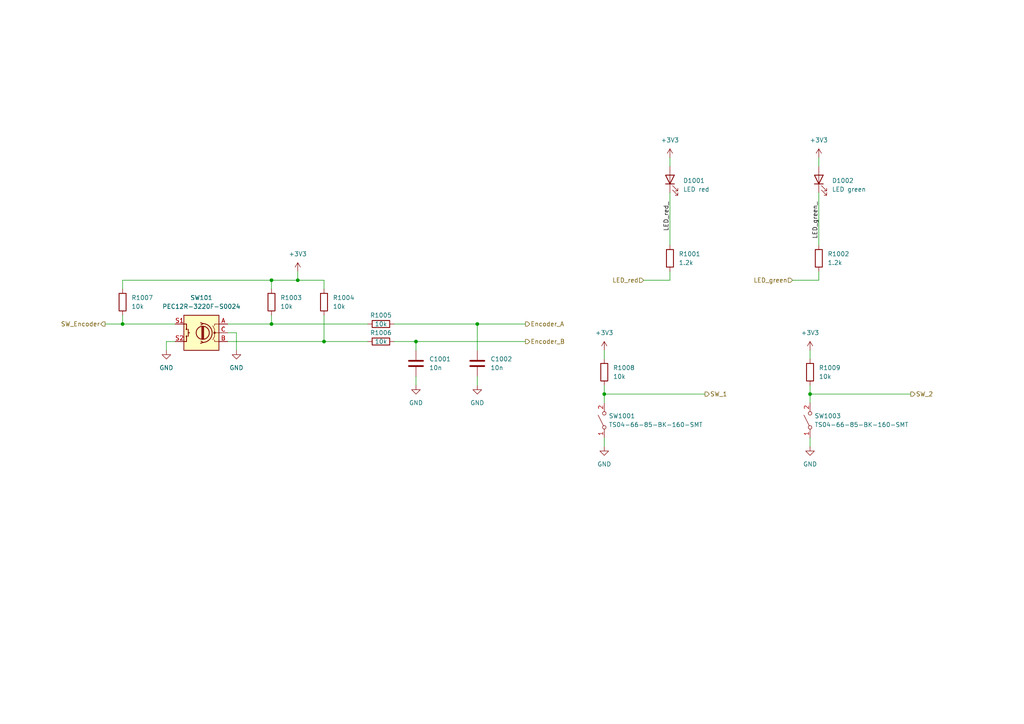
<source format=kicad_sch>
(kicad_sch (version 20230121) (generator eeschema)
  (paper "A4")
  (lib_symbols
    (symbol "Device:C" (pin_numbers hide) (pin_names (offset 0.254))
      (property "Reference" "C" (at 0.635 2.54 0))
      (property "Value" "C" (at 0.635 -2.54 0))
      (symbol "C_0_1"
        (polyline (pts (xy -2.032 -0.762) (xy 2.032 -0.762)) (stroke (width 0.508)))
        (polyline (pts (xy -2.032 0.762) (xy 2.032 0.762)) (stroke (width 0.508)))
      )
      (symbol "C_1_1"
        (pin passive line (at 0 3.81 270) (length 2.794) (name "~") (number "1"))
        (pin passive line (at 0 -3.81 90) (length 2.794) (name "~") (number "2"))
      )
    )
    (symbol "Device:LED" (pin_numbers hide) (pin_names (offset 1.016) hide)
      (property "Reference" "D" (at 0 2.54 0))
      (property "Value" "LED" (at 0 -2.54 0))
      (symbol "LED_0_1"
        (polyline (pts (xy -1.27 -1.27) (xy -1.27 1.27)) (stroke (width 0.254)))
        (polyline (pts (xy -1.27 0) (xy 1.27 0)))
        (polyline (pts (xy 1.27 -1.27) (xy 1.27 1.27) (xy -1.27 0) (xy 1.27 -1.27)) (stroke (width 0.254)))
        (polyline (pts (xy -3.048 -0.762) (xy -4.572 -2.286) (xy -3.81 -2.286) (xy -4.572 -2.286) (xy -4.572 -1.524)))
        (polyline (pts (xy -1.778 -0.762) (xy -3.302 -2.286) (xy -2.54 -2.286) (xy -3.302 -2.286) (xy -3.302 -1.524)))
      )
      (symbol "LED_1_1"
        (pin passive line (at -3.81 0 0) (length 2.54) (name "K") (number "1"))
        (pin passive line (at 3.81 0 180) (length 2.54) (name "A") (number "2"))
      )
    )
    (symbol "Device:R" (pin_numbers hide) (pin_names (offset 0))
      (property "Reference" "R" (at 2.032 0 90))
      (property "Value" "R" (at 0 0 90))
      (symbol "R_0_1"
        (rectangle (start -1.016 -2.54) (end 1.016 2.54) (stroke (width 0.254)))
      )
      (symbol "R_1_1"
        (pin passive line (at 0 3.81 270) (length 1.27) (name "~") (number "1"))
        (pin passive line (at 0 -3.81 90) (length 1.27) (name "~") (number "2"))
      )
    )
    (symbol "Device:RotaryEncoder_Switch" (pin_names (offset 0.254) hide)
      (property "Reference" "SW" (at 0 6.604 0))
      (property "Value" "RotaryEncoder_Switch" (at 0 -6.604 0))
      (symbol "RotaryEncoder_Switch_0_1"
        (rectangle (start -5.08 5.08) (end 5.08 -5.08) (stroke (width 0.254)) (fill (type background)))
        (circle (center -3.81 0) (radius 0.254) (fill (type outline)))
        (circle (center -0.381 0) (radius 1.905) (stroke (width 0.254)))
        (arc (start -0.381 2.667) (mid -3.0988 -0.0635) (end -0.381 -2.794) (stroke (width 0.254)))
        (polyline (pts (xy -0.635 -1.778) (xy -0.635 1.778)) (stroke (width 0.254)))
        (polyline (pts (xy -0.381 -1.778) (xy -0.381 1.778)) (stroke (width 0.254)))
        (polyline (pts (xy -0.127 1.778) (xy -0.127 -1.778)) (stroke (width 0.254)))
        (polyline (pts (xy 3.81 0) (xy 3.429 0)) (stroke (width 0.254)))
        (polyline (pts (xy 3.81 1.016) (xy 3.81 -1.016)) (stroke (width 0.254)))
        (polyline (pts (xy -5.08 -2.54) (xy -3.81 -2.54) (xy -3.81 -2.032)))
        (polyline (pts (xy -5.08 2.54) (xy -3.81 2.54) (xy -3.81 2.032)))
        (polyline (pts (xy 0.254 -3.048) (xy -0.508 -2.794) (xy 0.127 -2.413)) (stroke (width 0.254)))
        (polyline (pts (xy 0.254 2.921) (xy -0.508 2.667) (xy 0.127 2.286)) (stroke (width 0.254)))
        (polyline (pts (xy 5.08 -2.54) (xy 4.318 -2.54) (xy 4.318 -1.016)) (stroke (width 0.254)))
        (polyline (pts (xy 5.08 2.54) (xy 4.318 2.54) (xy 4.318 1.016)) (stroke (width 0.254)))
        (polyline (pts (xy -5.08 0) (xy -3.81 0) (xy -3.81 -1.016) (xy -3.302 -2.032)))
        (polyline (pts (xy -4.318 0) (xy -3.81 0) (xy -3.81 1.016) (xy -3.302 2.032)))
        (circle (center 4.318 -1.016) (radius 0.127) (stroke (width 0.254)))
        (circle (center 4.318 1.016) (radius 0.127) (stroke (width 0.254)))
      )
      (symbol "RotaryEncoder_Switch_1_1"
        (pin passive line (at -7.62 2.54 0) (length 2.54) (name "A") (number "A"))
        (pin passive line (at -7.62 -2.54 0) (length 2.54) (name "B") (number "B"))
        (pin passive line (at -7.62 0 0) (length 2.54) (name "C") (number "C"))
        (pin passive line (at 7.62 2.54 180) (length 2.54) (name "S1") (number "S1"))
        (pin passive line (at 7.62 -2.54 180) (length 2.54) (name "S2") (number "S2"))
      )
    )
    (symbol "Switch:SW_SPST" (pin_names (offset 0) hide)
      (property "Reference" "SW" (at 0 3.175 0))
      (property "Value" "SW_SPST" (at 0 -2.54 0))
      (symbol "SW_SPST_0_0"
        (circle (center -2.032 0) (radius 0.508))
        (polyline (pts (xy -1.524 0.254) (xy 1.524 1.778)))
        (circle (center 2.032 0) (radius 0.508))
      )
      (symbol "SW_SPST_1_1"
        (pin passive line (at -5.08 0 0) (length 2.54) (name "A") (number "1"))
        (pin passive line (at 5.08 0 180) (length 2.54) (name "B") (number "2"))
      )
    )
    (symbol "power:+3V3" (power) (pin_names (offset 0))
      (property "Value" "+3V3" (at 0 3.556 0))
      (symbol "+3V3_0_1"
        (polyline (pts (xy -0.762 1.27) (xy 0 2.54)))
        (polyline (pts (xy 0 0) (xy 0 2.54)))
        (polyline (pts (xy 0 2.54) (xy 0.762 1.27)))
      )
      (symbol "+3V3_1_1"
        (pin power_in line (at 0 0 90) (length 0) hide (name "+3V3") (number "1"))
      )
    )
    (symbol "power:GND" (power) (pin_names (offset 0))
      (property "Value" "GND" (at 0 -3.81 0))
      (symbol "GND_0_1"
        (polyline (pts (xy 0 0) (xy 0 -1.27) (xy 1.27 -1.27) (xy 0 -2.54) (xy -1.27 -1.27) (xy 0 -1.27)))
      )
      (symbol "GND_1_1"
        (pin power_in line (at 0 0 270) (length 0) hide (name "GND") (number "1"))
      )
    )
  )
  (junction (at 78.74 81.28))
  (junction (at 93.98 99.06))
  (junction (at 86.36 81.28))
  (junction (at 175.26 114.3))
  (junction (at 35.56 93.98))
  (junction (at 234.95 114.3))
  (junction (at 78.74 93.98))
  (junction (at 138.43 93.98))
  (junction (at 120.65 99.06))
  (wire (pts (xy 114.3 99.06) (xy 120.65 99.06)))
  (wire (pts (xy 237.49 55.88) (xy 237.49 71.12)))
  (wire (pts (xy 120.65 109.22) (xy 120.65 111.76)))
  (wire (pts (xy 120.65 99.06) (xy 152.4 99.06)))
  (wire (pts (xy 78.74 91.44) (xy 78.74 93.98)))
  (wire (pts (xy 78.74 81.28) (xy 78.74 83.82)))
  (wire (pts (xy 237.49 45.72) (xy 237.49 48.26)))
  (wire (pts (xy 120.65 99.06) (xy 120.65 101.6)))
  (wire (pts (xy 78.74 93.98) (xy 106.68 93.98)))
  (wire (pts (xy 234.95 101.6) (xy 234.95 104.14)))
  (wire (pts (xy 138.43 109.22) (xy 138.43 111.76)))
  (wire (pts (xy 35.56 93.98) (xy 50.8 93.98)))
  (wire (pts (xy 237.49 78.74) (xy 237.49 81.28)))
  (wire (pts (xy 86.36 81.28) (xy 78.74 81.28)))
  (wire (pts (xy 234.95 111.76) (xy 234.95 114.3)))
  (wire (pts (xy 68.58 96.52) (xy 68.58 101.6)))
  (wire (pts (xy 93.98 91.44) (xy 93.98 99.06)))
  (wire (pts (xy 78.74 81.28) (xy 35.56 81.28)))
  (wire (pts (xy 175.26 111.76) (xy 175.26 114.3)))
  (wire (pts (xy 93.98 81.28) (xy 86.36 81.28)))
  (wire (pts (xy 66.04 93.98) (xy 78.74 93.98)))
  (wire (pts (xy 114.3 93.98) (xy 138.43 93.98)))
  (wire (pts (xy 93.98 83.82) (xy 93.98 81.28)))
  (wire (pts (xy 86.36 78.74) (xy 86.36 81.28)))
  (wire (pts (xy 30.48 93.98) (xy 35.56 93.98)))
  (wire (pts (xy 234.95 116.84) (xy 234.95 114.3)))
  (wire (pts (xy 234.95 127) (xy 234.95 129.54)))
  (wire (pts (xy 194.31 55.88) (xy 194.31 71.12)))
  (wire (pts (xy 175.26 116.84) (xy 175.26 114.3)))
  (wire (pts (xy 138.43 93.98) (xy 138.43 101.6)))
  (wire (pts (xy 66.04 96.52) (xy 68.58 96.52)))
  (wire (pts (xy 234.95 114.3) (xy 264.16 114.3)))
  (wire (pts (xy 175.26 127) (xy 175.26 129.54)))
  (wire (pts (xy 35.56 81.28) (xy 35.56 83.82)))
  (wire (pts (xy 229.87 81.28) (xy 237.49 81.28)))
  (wire (pts (xy 175.26 114.3) (xy 204.47 114.3)))
  (wire (pts (xy 194.31 45.72) (xy 194.31 48.26)))
  (wire (pts (xy 175.26 101.6) (xy 175.26 104.14)))
  (wire (pts (xy 48.26 99.06) (xy 48.26 101.6)))
  (wire (pts (xy 93.98 99.06) (xy 106.68 99.06)))
  (wire (pts (xy 186.69 81.28) (xy 194.31 81.28)))
  (wire (pts (xy 194.31 78.74) (xy 194.31 81.28)))
  (wire (pts (xy 66.04 99.06) (xy 93.98 99.06)))
  (wire (pts (xy 50.8 99.06) (xy 48.26 99.06)))
  (wire (pts (xy 138.43 93.98) (xy 152.4 93.98)))
  (wire (pts (xy 35.56 91.44) (xy 35.56 93.98)))
  (label "LED_red_" (at 194.31 58.42 270))
  (label "LED_green_" (at 237.49 58.42 270))
  (hierarchical_label "SW_2" (shape output) (at 264.16 114.3 0))
  (hierarchical_label "SW_1" (shape output) (at 204.47 114.3 0))
  (hierarchical_label "Encoder_B" (shape output) (at 152.4 99.06 0))
  (hierarchical_label "LED_green" (shape input) (at 229.87 81.28 180))
  (hierarchical_label "LED_red" (shape input) (at 186.69 81.28 180))
  (hierarchical_label "Encoder_A" (shape output) (at 152.4 93.98 0))
  (hierarchical_label "SW_Encoder" (shape output) (at 30.48 93.98 180))
  (symbol (lib_id "Device:RotaryEncoder_Switch") (at 58.42 96.52 0) (mirror y) (unit 1)
    (property "Reference" "SW101" (at 58.42 86.36 0))
    (property "Value" "PEC12R-3220F-S0024" (at 58.42 88.9 0))
    (property "Footprint" "Rotary_Encoder:RotaryEncoder_Bourns_Vertical_PEC12R-3xxxF-Sxxxx" (effects hide))
    (instances (project "reflow-controller-v1" (path "" (reference "SW101") (unit 1)) (path "" (reference "SW1002") (unit 1))))
  )
  (symbol (lib_id "Device:R") (at 110.49 93.98 90) (unit 1)
    (property "Reference" "R1005" (at 110.49 91.44 90))
    (property "Value" "10k" (at 110.49 93.98 90))
    (property "Footprint" "Resistor_SMD:R_0603_1608Metric" (effects hide))
  )
  (symbol (lib_id "Device:LED") (at 194.31 52.07 90) (unit 1)
    (property "Reference" "D1001" (at 198.12 52.3875 90) (effects (justify right)))
    (property "Value" "LED red" (at 198.12 54.9275 90) (effects (justify right)))
    (property "Footprint" "LED_SMD:LED_0603_1608Metric" (effects hide))
  )
  (symbol (lib_id "Device:R") (at 93.98 87.63 0) (unit 1)
    (property "Reference" "R1004" (at 96.52 86.36 0) (effects (justify left)))
    (property "Value" "10k" (at 96.52 88.9 0) (effects (justify left)))
    (property "Footprint" "Resistor_SMD:R_0603_1608Metric" (effects hide))
  )
  (symbol (lib_id "Device:R") (at 194.31 74.93 0) (unit 1)
    (property "Reference" "R1001" (at 196.85 73.66 0) (effects (justify left)))
    (property "Value" "1.2k" (at 196.85 76.2 0) (effects (justify left)))
    (property "Footprint" "Resistor_SMD:R_0603_1608Metric" (effects hide))
  )
  (symbol (lib_id "power:GND") (at 48.26 101.6 0) (unit 1)
    (property "Reference" "#PWR01002" (effects hide))
    (property "Value" "GND" (at 48.26 106.68 0))
    (instances (project "reflow-controller-v1" (path "" (reference "#PWR01002") (unit 1))) (project "controller_v1" (path "" (reference "#PWR01001") (unit 1))))
  )
  (symbol (lib_id "Device:R") (at 78.74 87.63 0) (unit 1)
    (property "Reference" "R1003" (at 81.28 86.36 0) (effects (justify left)))
    (property "Value" "10k" (at 81.28 88.9 0) (effects (justify left)))
    (property "Footprint" "Resistor_SMD:R_0603_1608Metric" (effects hide))
  )
  (symbol (lib_id "power:+3V3") (at 86.36 78.74 0) (unit 1)
    (property "Reference" "#PWR01007" (effects hide))
    (property "Value" "+3V3" (at 86.36 73.66 0))
  )
  (symbol (lib_id "Device:R") (at 110.49 99.06 90) (unit 1)
    (property "Reference" "R1006" (at 110.49 96.52 90))
    (property "Value" "10k" (at 110.49 99.06 90))
    (property "Footprint" "Resistor_SMD:R_0603_1608Metric" (effects hide))
  )
  (symbol (lib_id "power:+3V3") (at 234.95 101.6 0) (unit 1)
    (property "Reference" "#PWR01011" (effects hide))
    (property "Value" "+3V3" (at 234.95 96.52 0))
  )
  (symbol (lib_id "power:GND") (at 68.58 101.6 0) (unit 1)
    (property "Reference" "#PWR01005" (effects hide))
    (property "Value" "GND" (at 68.58 106.68 0))
    (instances (project "reflow-controller-v1" (path "" (reference "#PWR01005") (unit 1))) (project "controller_v1" (path "" (reference "#PWR01001") (unit 1))))
  )
  (symbol (lib_id "power:GND") (at 138.43 111.76 0) (unit 1)
    (property "Reference" "#PWR01009" (effects hide))
    (property "Value" "GND" (at 138.43 116.84 0))
    (instances (project "reflow-controller-v1" (path "" (reference "#PWR01009") (unit 1))) (project "controller_v1" (path "" (reference "#PWR01001") (unit 1))))
  )
  (symbol (lib_id "power:+3V3") (at 175.26 101.6 0) (unit 1)
    (property "Reference" "#PWR01010" (effects hide))
    (property "Value" "+3V3" (at 175.26 96.52 0))
  )
  (symbol (lib_id "Switch:SW_SPST") (at 234.95 121.92 90) (unit 1)
    (property "Reference" "SW1003" (at 236.22 120.65 90) (effects (justify right)))
    (property "Value" "TS04-66-85-BK-160-SMT" (at 236.22 123.19 90) (effects (justify right)))
    (property "Footprint" "Button_Switch_SMD:SW_Push_1P1T_NO_6x6mm_H9.5mm" (effects hide))
    (instances (project "reflow-controller-v1" (path "" (reference "SW1003") (unit 1))) (project "controller_v1" (path "" (reference "SW1002") (unit 1))))
  )
  (symbol (lib_id "Device:C") (at 120.65 105.41 0) (unit 1)
    (property "Reference" "C1001" (at 124.46 104.14 0) (effects (justify left)))
    (property "Value" "10n" (at 124.46 106.68 0) (effects (justify left)))
    (property "Footprint" "Capacitor_SMD:C_0603_1608Metric" (effects hide))
  )
  (symbol (lib_id "power:GND") (at 234.95 129.54 0) (unit 1)
    (property "Reference" "#PWR01004" (effects hide))
    (property "Value" "GND" (at 234.95 134.62 0))
    (instances (project "reflow-controller-v1" (path "" (reference "#PWR01004") (unit 1))) (project "controller_v1" (path "" (reference "#PWR01003") (unit 1))))
  )
  (symbol (lib_id "Device:R") (at 175.26 107.95 0) (unit 1)
    (property "Reference" "R1008" (at 177.8 106.68 0) (effects (justify left)))
    (property "Value" "10k" (at 177.8 109.22 0) (effects (justify left)))
    (property "Footprint" "Resistor_SMD:R_0603_1608Metric" (effects hide))
  )
  (symbol (lib_id "power:+3V3") (at 237.49 45.72 0) (unit 1)
    (property "Reference" "#PWR01006" (effects hide))
    (property "Value" "+3V3" (at 237.49 40.64 0))
    (instances (project "reflow-controller-v1" (path "" (reference "#PWR01006") (unit 1))) (project "controller_v1" (path "" (reference "#PWR01004") (unit 1))))
  )
  (symbol (lib_id "Device:R") (at 35.56 87.63 0) (unit 1)
    (property "Reference" "R1007" (at 38.1 86.36 0) (effects (justify left)))
    (property "Value" "10k" (at 38.1 88.9 0) (effects (justify left)))
    (property "Footprint" "Resistor_SMD:R_0603_1608Metric" (effects hide))
  )
  (symbol (lib_id "Device:LED") (at 237.49 52.07 90) (unit 1)
    (property "Reference" "D1002" (at 241.3 52.3875 90) (effects (justify right)))
    (property "Value" "LED green" (at 241.3 54.9275 90) (effects (justify right)))
    (property "Footprint" "LED_SMD:LED_0603_1608Metric" (effects hide))
  )
  (symbol (lib_id "Switch:SW_SPST") (at 175.26 121.92 90) (unit 1)
    (property "Reference" "SW1001" (at 176.53 120.65 90) (effects (justify right)))
    (property "Value" "TS04-66-85-BK-160-SMT" (at 176.53 123.19 90) (effects (justify right)))
    (property "Footprint" "Button_Switch_SMD:SW_Push_1P1T_NO_6x6mm_H9.5mm" (effects hide))
  )
  (symbol (lib_id "power:GND") (at 120.65 111.76 0) (unit 1)
    (property "Reference" "#PWR01008" (effects hide))
    (property "Value" "GND" (at 120.65 116.84 0))
    (instances (project "reflow-controller-v1" (path "" (reference "#PWR01008") (unit 1))) (project "controller_v1" (path "" (reference "#PWR01001") (unit 1))))
  )
  (symbol (lib_id "power:+3V3") (at 194.31 45.72 0) (unit 1)
    (property "Reference" "#PWR01003" (effects hide))
    (property "Value" "+3V3" (at 194.31 40.64 0))
    (instances (project "reflow-controller-v1" (path "" (reference "#PWR01003") (unit 1))) (project "controller_v1" (path "" (reference "#PWR01002") (unit 1))))
  )
  (symbol (lib_id "Device:R") (at 237.49 74.93 0) (unit 1)
    (property "Reference" "R1002" (at 240.03 73.66 0) (effects (justify left)))
    (property "Value" "1.2k" (at 240.03 76.2 0) (effects (justify left)))
    (property "Footprint" "Resistor_SMD:R_0603_1608Metric" (effects hide))
  )
  (symbol (lib_id "Device:C") (at 138.43 105.41 0) (unit 1)
    (property "Reference" "C1002" (at 142.24 104.14 0) (effects (justify left)))
    (property "Value" "10n" (at 142.24 106.68 0) (effects (justify left)))
    (property "Footprint" "Capacitor_SMD:C_0603_1608Metric" (effects hide))
  )
  (symbol (lib_id "Device:R") (at 234.95 107.95 0) (unit 1)
    (property "Reference" "R1009" (at 237.49 106.68 0) (effects (justify left)))
    (property "Value" "10k" (at 237.49 109.22 0) (effects (justify left)))
    (property "Footprint" "Resistor_SMD:R_0603_1608Metric" (effects hide))
  )
  (symbol (lib_id "power:GND") (at 175.26 129.54 0) (unit 1)
    (property "Reference" "#PWR01001" (effects hide))
    (property "Value" "GND" (at 175.26 134.62 0))
  )
)
</source>
